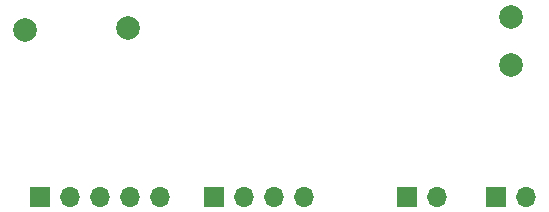
<source format=gbr>
%TF.GenerationSoftware,KiCad,Pcbnew,8.0.1*%
%TF.CreationDate,2025-07-31T15:37:34-05:00*%
%TF.ProjectId,GPS_board_v3,4750535f-626f-4617-9264-5f76332e6b69,rev?*%
%TF.SameCoordinates,Original*%
%TF.FileFunction,Soldermask,Bot*%
%TF.FilePolarity,Negative*%
%FSLAX46Y46*%
G04 Gerber Fmt 4.6, Leading zero omitted, Abs format (unit mm)*
G04 Created by KiCad (PCBNEW 8.0.1) date 2025-07-31 15:37:34*
%MOMM*%
%LPD*%
G01*
G04 APERTURE LIST*
%ADD10C,2.000000*%
%ADD11R,1.700000X1.700000*%
%ADD12O,1.700000X1.700000*%
G04 APERTURE END LIST*
D10*
%TO.C,REF\u002A\u002A*%
X135450000Y-111420000D03*
%TD*%
%TO.C,REF\u002A\u002A*%
X126760000Y-111570000D03*
%TD*%
%TO.C,REF\u002A\u002A*%
X167894000Y-110490000D03*
%TD*%
D11*
%TO.C,J4*%
X128080000Y-125715000D03*
D12*
X130620000Y-125715000D03*
X133160000Y-125715000D03*
X135700000Y-125715000D03*
X138240000Y-125715000D03*
%TD*%
D11*
%TO.C,J2*%
X159125000Y-125715000D03*
D12*
X161665000Y-125715000D03*
%TD*%
D10*
%TO.C,REF\u002A\u002A*%
X167894000Y-114554000D03*
%TD*%
D11*
%TO.C,J3*%
X142748000Y-125730000D03*
D12*
X145288000Y-125730000D03*
X147828000Y-125730000D03*
X150368000Y-125730000D03*
%TD*%
D11*
%TO.C,J1*%
X166625000Y-125715000D03*
D12*
X169165000Y-125715000D03*
%TD*%
M02*

</source>
